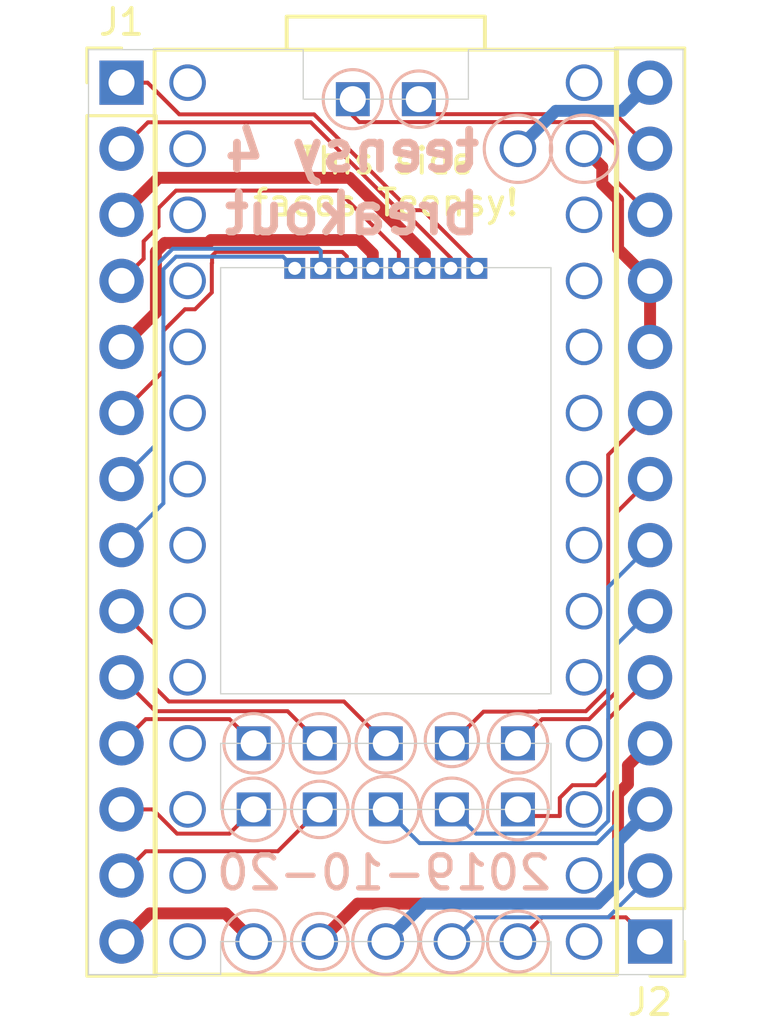
<source format=kicad_pcb>
(kicad_pcb (version 20171130) (host pcbnew "(5.1.4-0-10_14)")

  (general
    (thickness 1.6)
    (drawings 42)
    (tracks 148)
    (zones 0)
    (modules 3)
    (nets 28)
  )

  (page A4)
  (layers
    (0 F.Cu signal)
    (31 B.Cu signal)
    (32 B.Adhes user)
    (33 F.Adhes user)
    (34 B.Paste user)
    (35 F.Paste user)
    (36 B.SilkS user)
    (37 F.SilkS user)
    (38 B.Mask user)
    (39 F.Mask user)
    (40 Dwgs.User user)
    (41 Cmts.User user)
    (42 Eco1.User user)
    (43 Eco2.User user)
    (44 Edge.Cuts user)
    (45 Margin user)
    (46 B.CrtYd user)
    (47 F.CrtYd user)
    (48 B.Fab user)
    (49 F.Fab user)
  )

  (setup
    (last_trace_width 0.4572)
    (user_trace_width 0.1524)
    (user_trace_width 0.3048)
    (user_trace_width 0.4572)
    (trace_clearance 0.1524)
    (zone_clearance 0.508)
    (zone_45_only no)
    (trace_min 0.1524)
    (via_size 0.6858)
    (via_drill 0.3302)
    (via_min_size 0.508)
    (via_min_drill 0.254)
    (uvia_size 0.3)
    (uvia_drill 0.1)
    (uvias_allowed no)
    (uvia_min_size 0.2)
    (uvia_min_drill 0.1)
    (edge_width 0.05)
    (segment_width 0.2)
    (pcb_text_width 0.3)
    (pcb_text_size 1.5 1.5)
    (mod_edge_width 0.12)
    (mod_text_size 1 1)
    (mod_text_width 0.15)
    (pad_size 1.524 1.524)
    (pad_drill 0.762)
    (pad_to_mask_clearance 0.0508)
    (solder_mask_min_width 0.1016)
    (aux_axis_origin 0 0)
    (visible_elements FFFFFF7F)
    (pcbplotparams
      (layerselection 0x010f0_ffffffff)
      (usegerberextensions true)
      (usegerberattributes false)
      (usegerberadvancedattributes false)
      (creategerberjobfile false)
      (excludeedgelayer true)
      (linewidth 0.100000)
      (plotframeref false)
      (viasonmask false)
      (mode 1)
      (useauxorigin false)
      (hpglpennumber 1)
      (hpglpenspeed 20)
      (hpglpendiameter 15.000000)
      (psnegative false)
      (psa4output false)
      (plotreference true)
      (plotvalue true)
      (plotinvisibletext false)
      (padsonsilk false)
      (subtractmaskfromsilk false)
      (outputformat 1)
      (mirror false)
      (drillshape 0)
      (scaleselection 1)
      (outputdirectory "gerbers/"))
  )

  (net 0 "")
  (net 1 /VBAT)
  (net 2 /32)
  (net 3 /30)
  (net 4 /33)
  (net 5 /31)
  (net 6 /29)
  (net 7 /DAT1)
  (net 8 /DAT0)
  (net 9 /GND-SD)
  (net 10 /CLK)
  (net 11 /3V3-SD)
  (net 12 /CMD)
  (net 13 /DAT3)
  (net 14 /DAT2)
  (net 15 /VUSB)
  (net 16 /D-)
  (net 17 /D+)
  (net 18 /25)
  (net 19 /27)
  (net 20 /28)
  (net 21 /26)
  (net 22 /24)
  (net 23 /ON_OFF)
  (net 24 /PROGRAM)
  (net 25 /GND-1)
  (net 26 /3V3-1)
  (net 27 /GND)

  (net_class Default "This is the default net class."
    (clearance 0.1524)
    (trace_width 0.1524)
    (via_dia 0.6858)
    (via_drill 0.3302)
    (uvia_dia 0.3)
    (uvia_drill 0.1)
    (add_net /24)
    (add_net /25)
    (add_net /26)
    (add_net /27)
    (add_net /28)
    (add_net /29)
    (add_net /30)
    (add_net /31)
    (add_net /32)
    (add_net /33)
    (add_net /3V3-1)
    (add_net /3V3-SD)
    (add_net /CLK)
    (add_net /CMD)
    (add_net /D+)
    (add_net /D-)
    (add_net /DAT0)
    (add_net /DAT1)
    (add_net /DAT2)
    (add_net /DAT3)
    (add_net /GND)
    (add_net /GND-1)
    (add_net /GND-SD)
    (add_net /ON_OFF)
    (add_net /PROGRAM)
    (add_net /VBAT)
    (add_net /VUSB)
  )

  (net_class Power ""
    (clearance 0.1524)
    (trace_width 0.3048)
    (via_dia 0.6858)
    (via_drill 0.3302)
    (uvia_dia 0.3)
    (uvia_drill 0.1)
  )

  (module Teensy:Teensy40_SMT (layer F.Cu) (tedit 5D97537B) (tstamp 5DACA6E2)
    (at 160.02 97.79 270)
    (path /5D7811A6)
    (fp_text reference U1 (at 0 -10.16 270) (layer F.SilkS) hide
      (effects (font (size 1 1) (thickness 0.15)))
    )
    (fp_text value GND-1 (at 0 10.16 270) (layer F.Fab) hide
      (effects (font (size 1 1) (thickness 0.15)))
    )
    (fp_line (start 16.51 -8.6) (end 16.51 8.6) (layer Dwgs.User) (width 0.12))
    (fp_poly (pts (xy -9.5 3.25) (xy -7.5 3.25) (xy -7.5 3.75) (xy -9.5 3.75)) (layer Eco1.User) (width 0.1))
    (fp_poly (pts (xy -9.5 2.25) (xy -7.5 2.25) (xy -7.5 2.75) (xy -9.5 2.75)) (layer Eco1.User) (width 0.1))
    (fp_poly (pts (xy -9.5 1.25) (xy -7.5 1.25) (xy -7.5 1.75) (xy -9.5 1.75)) (layer Eco1.User) (width 0.1))
    (fp_poly (pts (xy -9.5 0.25) (xy -7.5 0.25) (xy -7.5 0.75) (xy -9.5 0.75)) (layer Eco1.User) (width 0.1))
    (fp_poly (pts (xy -9.5 -0.75) (xy -7.5 -0.75) (xy -7.5 -0.25) (xy -9.5 -0.25)) (layer Eco1.User) (width 0.1))
    (fp_poly (pts (xy -9.5 -1.75) (xy -7.5 -1.75) (xy -7.5 -1.25) (xy -9.5 -1.25)) (layer Eco1.User) (width 0.1))
    (fp_poly (pts (xy -9.5 -2.75) (xy -7.5 -2.75) (xy -7.5 -2.25) (xy -9.5 -2.25)) (layer Eco1.User) (width 0.1))
    (fp_poly (pts (xy -9.5 -3.75) (xy -7.5 -3.75) (xy -7.5 -3.25) (xy -9.5 -3.25)) (layer Eco1.User) (width 0.1))
    (fp_poly (pts (xy -17.272 -0.762) (xy -14.732 -0.762) (xy -14.732 -1.778) (xy -17.272 -1.778)) (layer Eco1.User) (width 0.1))
    (fp_poly (pts (xy -17.272 1.778) (xy -14.732 1.778) (xy -14.732 0.762) (xy -17.272 0.762)) (layer Eco1.User) (width 0.1))
    (fp_poly (pts (xy 6.858 5.588) (xy 9.398 5.588) (xy 9.398 4.572) (xy 6.858 4.572)) (layer Eco1.User) (width 0.1))
    (fp_poly (pts (xy 6.858 3.048) (xy 9.398 3.048) (xy 9.398 2.032) (xy 6.858 2.032)) (layer Eco1.User) (width 0.1))
    (fp_poly (pts (xy 6.858 0.508) (xy 9.398 0.508) (xy 9.398 -0.508) (xy 6.858 -0.508)) (layer Eco1.User) (width 0.1))
    (fp_poly (pts (xy 6.858 -2.032) (xy 9.398 -2.032) (xy 9.398 -3.048) (xy 6.858 -3.048)) (layer Eco1.User) (width 0.1))
    (fp_poly (pts (xy 6.858 -4.572) (xy 9.398 -4.572) (xy 9.398 -5.588) (xy 6.858 -5.588)) (layer Eco1.User) (width 0.1))
    (fp_poly (pts (xy 10.922 -4.572) (xy 13.462 -4.572) (xy 13.462 -5.588) (xy 10.922 -5.588)) (layer Eco1.User) (width 0.1))
    (fp_poly (pts (xy 10.922 -2.032) (xy 13.462 -2.032) (xy 13.462 -3.048) (xy 10.922 -3.048)) (layer Eco1.User) (width 0.1))
    (fp_poly (pts (xy 10.922 0.508) (xy 13.462 0.508) (xy 13.462 -0.508) (xy 10.922 -0.508)) (layer Eco1.User) (width 0.1))
    (fp_poly (pts (xy 10.922 3.048) (xy 13.462 3.048) (xy 13.462 2.032) (xy 10.922 2.032)) (layer Eco1.User) (width 0.1))
    (fp_poly (pts (xy 10.922 5.588) (xy 13.462 5.588) (xy 13.462 4.572) (xy 10.922 4.572)) (layer Eco1.User) (width 0.1))
    (fp_line (start 13.97 8.6) (end 13.97 -8.6) (layer Dwgs.User) (width 0.12))
    (fp_line (start 16.51 8.6) (end 13.97 8.6) (layer Dwgs.User) (width 0.12))
    (fp_line (start 13.97 -8.6) (end 16.51 -8.6) (layer Dwgs.User) (width 0.12))
    (fp_line (start 11.43 -8.6) (end 8.89 -8.6) (layer Dwgs.User) (width 0.12))
    (fp_line (start 11.43 8.6) (end 11.43 -8.6) (layer Dwgs.User) (width 0.12))
    (fp_line (start 8.89 8.6) (end 11.43 8.6) (layer Dwgs.User) (width 0.12))
    (fp_line (start 8.89 -8.6) (end 8.89 8.6) (layer Dwgs.User) (width 0.12))
    (fp_line (start 7 -7.64) (end 7 7.6) (layer Dwgs.User) (width 0.12))
    (fp_line (start -9.39 -7.62) (end 7 -7.6) (layer Dwgs.User) (width 0.12))
    (fp_line (start -9.39 7.62) (end 7 7.62) (layer Dwgs.User) (width 0.12))
    (fp_line (start -9.39 -7.62) (end -9.39 7.62) (layer Dwgs.User) (width 0.12))
    (fp_line (start -17.78 -7.62) (end -17.78 7.62) (layer Dwgs.User) (width 0.12))
    (fp_line (start -17.78 7.62) (end -15.875 7.62) (layer Dwgs.User) (width 0.12))
    (fp_line (start -17.78 -7.62) (end -15.875 -7.62) (layer Dwgs.User) (width 0.12))
    (fp_line (start -15.875 -7.62) (end -15.875 7.62) (layer Dwgs.User) (width 0.15))
    (fp_line (start -19.05 3.81) (end -17.78 3.81) (layer F.SilkS) (width 0.15))
    (fp_line (start -19.05 -3.81) (end -19.05 3.81) (layer F.SilkS) (width 0.15))
    (fp_line (start -17.78 -3.81) (end -19.05 -3.81) (layer F.SilkS) (width 0.15))
    (fp_line (start 17.78 -8.89) (end -17.78 -8.89) (layer F.SilkS) (width 0.15))
    (fp_line (start 17.78 8.89) (end 17.78 -8.89) (layer F.SilkS) (width 0.15))
    (fp_line (start -17.78 8.89) (end 17.78 8.89) (layer F.SilkS) (width 0.15))
    (fp_line (start -17.78 -8.89) (end -17.78 8.89) (layer F.SilkS) (width 0.15))
    (pad 13 thru_hole circle (at 13.97 7.62 270) (size 1.404 1.404) (drill 1.1) (layers *.Cu *.Mask))
    (pad 33 thru_hole circle (at -16.51 -7.62 270) (size 1.404 1.404) (drill 1.1) (layers *.Cu *.Mask))
    (pad 34 thru_hole circle (at -13.97 -5.08 270) (size 1.404 1.404) (drill 1.1) (layers *.Cu *.Mask)
      (net 15 /VUSB))
    (pad 32 thru_hole circle (at -13.97 -7.62 270) (size 1.404 1.404) (drill 1.1) (layers *.Cu *.Mask)
      (net 27 /GND))
    (pad 31 thru_hole circle (at -11.43 -7.62 270) (size 1.404 1.404) (drill 1.1) (layers *.Cu *.Mask))
    (pad 30 thru_hole circle (at -8.89 -7.62 270) (size 1.404 1.404) (drill 1.1) (layers *.Cu *.Mask))
    (pad 29 thru_hole circle (at -6.35 -7.62 270) (size 1.404 1.404) (drill 1.1) (layers *.Cu *.Mask))
    (pad 28 thru_hole circle (at -3.81 -7.62 270) (size 1.404 1.404) (drill 1.1) (layers *.Cu *.Mask))
    (pad 27 thru_hole circle (at -1.27 -7.62 270) (size 1.404 1.404) (drill 1.1) (layers *.Cu *.Mask))
    (pad 26 thru_hole circle (at 1.27 -7.62 270) (size 1.404 1.404) (drill 1.1) (layers *.Cu *.Mask))
    (pad 25 thru_hole circle (at 3.81 -7.62 270) (size 1.404 1.404) (drill 1.1) (layers *.Cu *.Mask))
    (pad 24 thru_hole circle (at 6.35 -7.62 270) (size 1.404 1.404) (drill 1.1) (layers *.Cu *.Mask))
    (pad 23 thru_hole circle (at 8.89 -7.62 270) (size 1.404 1.404) (drill 1.1) (layers *.Cu *.Mask))
    (pad 22 thru_hole circle (at 11.43 -7.62 270) (size 1.404 1.404) (drill 1.1) (layers *.Cu *.Mask))
    (pad 21 thru_hole circle (at 13.97 -7.62 270) (size 1.404 1.404) (drill 1.1) (layers *.Cu *.Mask))
    (pad 20 thru_hole circle (at 16.51 -7.62 270) (size 1.404 1.404) (drill 1.1) (layers *.Cu *.Mask))
    (pad 19 thru_hole circle (at 16.51 -5.08 270) (size 1.404 1.404) (drill 1.1) (layers *.Cu *.Mask)
      (net 23 /ON_OFF))
    (pad 18 thru_hole circle (at 16.51 -2.54 270) (size 1.404 1.404) (drill 1.1) (layers *.Cu *.Mask)
      (net 24 /PROGRAM))
    (pad 17 thru_hole circle (at 16.51 0 270) (size 1.404 1.404) (drill 1.1) (layers *.Cu *.Mask)
      (net 25 /GND-1))
    (pad 16 thru_hole circle (at 16.51 2.54 270) (size 1.404 1.404) (drill 1.1) (layers *.Cu *.Mask)
      (net 26 /3V3-1))
    (pad 15 thru_hole circle (at 16.51 5.08 270) (size 1.404 1.404) (drill 1.1) (layers *.Cu *.Mask)
      (net 1 /VBAT))
    (pad 14 thru_hole circle (at 16.51 7.62 270) (size 1.404 1.404) (drill 1.1) (layers *.Cu *.Mask))
    (pad 12 thru_hole circle (at 11.43 7.62 270) (size 1.404 1.404) (drill 1.1) (layers *.Cu *.Mask))
    (pad 11 thru_hole circle (at 8.89 7.62 270) (size 1.404 1.404) (drill 1.1) (layers *.Cu *.Mask))
    (pad 10 thru_hole circle (at 6.35 7.62 270) (size 1.404 1.404) (drill 1.1) (layers *.Cu *.Mask))
    (pad 9 thru_hole circle (at 3.81 7.62 270) (size 1.404 1.404) (drill 1.1) (layers *.Cu *.Mask))
    (pad 8 thru_hole circle (at 1.27 7.62 270) (size 1.404 1.404) (drill 1.1) (layers *.Cu *.Mask))
    (pad 7 thru_hole circle (at -1.27 7.62 270) (size 1.404 1.404) (drill 1.1) (layers *.Cu *.Mask))
    (pad 6 thru_hole circle (at -3.81 7.62 270) (size 1.404 1.404) (drill 1.1) (layers *.Cu *.Mask))
    (pad 5 thru_hole circle (at -6.35 7.62 270) (size 1.404 1.404) (drill 1.1) (layers *.Cu *.Mask))
    (pad 4 thru_hole circle (at -8.89 7.62 270) (size 1.404 1.404) (drill 1.1) (layers *.Cu *.Mask))
    (pad 3 thru_hole circle (at -11.43 7.62 270) (size 1.404 1.404) (drill 1.1) (layers *.Cu *.Mask))
    (pad 54 thru_hole rect (at -15.875 1.27 270) (size 1.304 1.304) (drill 1) (layers *.Cu *.Mask)
      (net 17 /D+))
    (pad 53 thru_hole rect (at -15.875 -1.27 270) (size 1.304 1.304) (drill 1) (layers *.Cu *.Mask)
      (net 16 /D-))
    (pad 52 thru_hole rect (at -9.3716 3.5 270) (size 0.804 0.804) (drill 0.5) (layers *.Cu *.Mask)
      (net 14 /DAT2))
    (pad 51 thru_hole rect (at -9.3716 2.5 270) (size 0.804 0.804) (drill 0.5) (layers *.Cu *.Mask)
      (net 13 /DAT3))
    (pad 50 thru_hole rect (at -9.3716 1.5 270) (size 0.804 0.804) (drill 0.5) (layers *.Cu *.Mask)
      (net 12 /CMD))
    (pad 49 thru_hole rect (at -9.3716 0.5 270) (size 0.804 0.804) (drill 0.5) (layers *.Cu *.Mask)
      (net 11 /3V3-SD))
    (pad 48 thru_hole rect (at -9.3716 -0.5 270) (size 0.804 0.804) (drill 0.5) (layers *.Cu *.Mask)
      (net 10 /CLK))
    (pad 47 thru_hole rect (at -9.3716 -1.5 270) (size 0.804 0.804) (drill 0.5) (layers *.Cu *.Mask)
      (net 9 /GND-SD))
    (pad 46 thru_hole rect (at -9.3716 -2.5 270) (size 0.804 0.804) (drill 0.5) (layers *.Cu *.Mask)
      (net 8 /DAT0))
    (pad 45 thru_hole rect (at -9.3716 -3.5 270) (size 0.804 0.804) (drill 0.5) (layers *.Cu *.Mask)
      (net 7 /DAT1))
    (pad 44 thru_hole rect (at 8.89 5.08 270) (size 1.304 1.304) (drill 1) (layers *.Cu *.Mask)
      (net 4 /33))
    (pad 43 thru_hole rect (at 11.43 5.08 270) (size 1.304 1.304) (drill 1) (layers *.Cu *.Mask)
      (net 2 /32))
    (pad 42 thru_hole rect (at 8.89 2.54 270) (size 1.304 1.304) (drill 1) (layers *.Cu *.Mask)
      (net 5 /31))
    (pad 41 thru_hole rect (at 11.43 2.54 270) (size 1.304 1.304) (drill 1) (layers *.Cu *.Mask)
      (net 3 /30))
    (pad 40 thru_hole rect (at 8.89 0 270) (size 1.304 1.304) (drill 1) (layers *.Cu *.Mask)
      (net 6 /29))
    (pad 39 thru_hole rect (at 11.43 0 270) (size 1.304 1.304) (drill 1) (layers *.Cu *.Mask)
      (net 20 /28))
    (pad 38 thru_hole rect (at 8.89 -2.54 270) (size 1.304 1.304) (drill 1) (layers *.Cu *.Mask)
      (net 19 /27))
    (pad 37 thru_hole rect (at 11.43 -2.54 270) (size 1.304 1.304) (drill 1) (layers *.Cu *.Mask)
      (net 21 /26))
    (pad 36 thru_hole rect (at 8.89 -5.08 270) (size 1.304 1.304) (drill 1) (layers *.Cu *.Mask)
      (net 18 /25))
    (pad 35 thru_hole rect (at 11.43 -5.08 270) (size 1.304 1.304) (drill 1) (layers *.Cu *.Mask)
      (net 22 /24))
    (pad 2 thru_hole circle (at -13.97 7.62 270) (size 1.404 1.404) (drill 1.1) (layers *.Cu *.Mask))
    (pad 1 thru_hole circle (at -16.51 7.62 270) (size 1.404 1.404) (drill 1.1) (layers *.Cu *.Mask))
  )

  (module Connector_PinHeader_2.54mm:PinHeader_1x14_P2.54mm_Vertical (layer F.Cu) (tedit 59FED5CC) (tstamp 5D783E6B)
    (at 170.18 114.3 180)
    (descr "Through hole straight pin header, 1x14, 2.54mm pitch, single row")
    (tags "Through hole pin header THT 1x14 2.54mm single row")
    (path /5D785C4E)
    (fp_text reference J2 (at 0 -2.33) (layer F.SilkS)
      (effects (font (size 1 1) (thickness 0.15)))
    )
    (fp_text value Conn_01x14 (at 0 35.35) (layer F.Fab)
      (effects (font (size 1 1) (thickness 0.15)))
    )
    (fp_text user %R (at 0 16.51 90) (layer F.Fab)
      (effects (font (size 1 1) (thickness 0.15)))
    )
    (fp_line (start 1.8 -1.8) (end -1.8 -1.8) (layer F.CrtYd) (width 0.05))
    (fp_line (start 1.8 34.8) (end 1.8 -1.8) (layer F.CrtYd) (width 0.05))
    (fp_line (start -1.8 34.8) (end 1.8 34.8) (layer F.CrtYd) (width 0.05))
    (fp_line (start -1.8 -1.8) (end -1.8 34.8) (layer F.CrtYd) (width 0.05))
    (fp_line (start -1.33 -1.33) (end 0 -1.33) (layer F.SilkS) (width 0.12))
    (fp_line (start -1.33 0) (end -1.33 -1.33) (layer F.SilkS) (width 0.12))
    (fp_line (start -1.33 1.27) (end 1.33 1.27) (layer F.SilkS) (width 0.12))
    (fp_line (start 1.33 1.27) (end 1.33 34.35) (layer F.SilkS) (width 0.12))
    (fp_line (start -1.33 1.27) (end -1.33 34.35) (layer F.SilkS) (width 0.12))
    (fp_line (start -1.33 34.35) (end 1.33 34.35) (layer F.SilkS) (width 0.12))
    (fp_line (start -1.27 -0.635) (end -0.635 -1.27) (layer F.Fab) (width 0.1))
    (fp_line (start -1.27 34.29) (end -1.27 -0.635) (layer F.Fab) (width 0.1))
    (fp_line (start 1.27 34.29) (end -1.27 34.29) (layer F.Fab) (width 0.1))
    (fp_line (start 1.27 -1.27) (end 1.27 34.29) (layer F.Fab) (width 0.1))
    (fp_line (start -0.635 -1.27) (end 1.27 -1.27) (layer F.Fab) (width 0.1))
    (pad 14 thru_hole oval (at 0 33.02 180) (size 1.7 1.7) (drill 1) (layers *.Cu *.Mask)
      (net 15 /VUSB))
    (pad 13 thru_hole oval (at 0 30.48 180) (size 1.7 1.7) (drill 1) (layers *.Cu *.Mask)
      (net 16 /D-))
    (pad 12 thru_hole oval (at 0 27.94 180) (size 1.7 1.7) (drill 1) (layers *.Cu *.Mask)
      (net 17 /D+))
    (pad 11 thru_hole oval (at 0 25.4 180) (size 1.7 1.7) (drill 1) (layers *.Cu *.Mask)
      (net 27 /GND))
    (pad 10 thru_hole oval (at 0 22.86 180) (size 1.7 1.7) (drill 1) (layers *.Cu *.Mask)
      (net 27 /GND))
    (pad 9 thru_hole oval (at 0 20.32 180) (size 1.7 1.7) (drill 1) (layers *.Cu *.Mask)
      (net 19 /27))
    (pad 8 thru_hole oval (at 0 17.78 180) (size 1.7 1.7) (drill 1) (layers *.Cu *.Mask)
      (net 18 /25))
    (pad 7 thru_hole oval (at 0 15.24 180) (size 1.7 1.7) (drill 1) (layers *.Cu *.Mask)
      (net 21 /26))
    (pad 6 thru_hole oval (at 0 12.7 180) (size 1.7 1.7) (drill 1) (layers *.Cu *.Mask)
      (net 20 /28))
    (pad 5 thru_hole oval (at 0 10.16 180) (size 1.7 1.7) (drill 1) (layers *.Cu *.Mask)
      (net 22 /24))
    (pad 4 thru_hole oval (at 0 7.62 180) (size 1.7 1.7) (drill 1) (layers *.Cu *.Mask)
      (net 26 /3V3-1))
    (pad 3 thru_hole oval (at 0 5.08 180) (size 1.7 1.7) (drill 1) (layers *.Cu *.Mask)
      (net 25 /GND-1))
    (pad 2 thru_hole oval (at 0 2.54 180) (size 1.7 1.7) (drill 1) (layers *.Cu *.Mask)
      (net 24 /PROGRAM))
    (pad 1 thru_hole rect (at 0 0 180) (size 1.7 1.7) (drill 1) (layers *.Cu *.Mask)
      (net 23 /ON_OFF))
    (model ${KISYS3DMOD}/Connector_PinHeader_2.54mm.3dshapes/PinHeader_1x14_P2.54mm_Vertical.wrl
      (at (xyz 0 0 0))
      (scale (xyz 1 1 1))
      (rotate (xyz 0 0 0))
    )
  )

  (module Connector_PinHeader_2.54mm:PinHeader_1x14_P2.54mm_Vertical (layer F.Cu) (tedit 59FED5CC) (tstamp 5D783F11)
    (at 149.86 81.28)
    (descr "Through hole straight pin header, 1x14, 2.54mm pitch, single row")
    (tags "Through hole pin header THT 1x14 2.54mm single row")
    (path /5D782E4C)
    (fp_text reference J1 (at 0 -2.33) (layer F.SilkS)
      (effects (font (size 1 1) (thickness 0.15)))
    )
    (fp_text value Conn_01x14 (at 0 35.35) (layer F.Fab)
      (effects (font (size 1 1) (thickness 0.15)))
    )
    (fp_text user %R (at 0 16.51 90) (layer F.Fab)
      (effects (font (size 1 1) (thickness 0.15)))
    )
    (fp_line (start 1.8 -1.8) (end -1.8 -1.8) (layer F.CrtYd) (width 0.05))
    (fp_line (start 1.8 34.8) (end 1.8 -1.8) (layer F.CrtYd) (width 0.05))
    (fp_line (start -1.8 34.8) (end 1.8 34.8) (layer F.CrtYd) (width 0.05))
    (fp_line (start -1.8 -1.8) (end -1.8 34.8) (layer F.CrtYd) (width 0.05))
    (fp_line (start -1.33 -1.33) (end 0 -1.33) (layer F.SilkS) (width 0.12))
    (fp_line (start -1.33 0) (end -1.33 -1.33) (layer F.SilkS) (width 0.12))
    (fp_line (start -1.33 1.27) (end 1.33 1.27) (layer F.SilkS) (width 0.12))
    (fp_line (start 1.33 1.27) (end 1.33 34.35) (layer F.SilkS) (width 0.12))
    (fp_line (start -1.33 1.27) (end -1.33 34.35) (layer F.SilkS) (width 0.12))
    (fp_line (start -1.33 34.35) (end 1.33 34.35) (layer F.SilkS) (width 0.12))
    (fp_line (start -1.27 -0.635) (end -0.635 -1.27) (layer F.Fab) (width 0.1))
    (fp_line (start -1.27 34.29) (end -1.27 -0.635) (layer F.Fab) (width 0.1))
    (fp_line (start 1.27 34.29) (end -1.27 34.29) (layer F.Fab) (width 0.1))
    (fp_line (start 1.27 -1.27) (end 1.27 34.29) (layer F.Fab) (width 0.1))
    (fp_line (start -0.635 -1.27) (end 1.27 -1.27) (layer F.Fab) (width 0.1))
    (pad 14 thru_hole oval (at 0 33.02) (size 1.7 1.7) (drill 1) (layers *.Cu *.Mask)
      (net 1 /VBAT))
    (pad 13 thru_hole oval (at 0 30.48) (size 1.7 1.7) (drill 1) (layers *.Cu *.Mask)
      (net 3 /30))
    (pad 12 thru_hole oval (at 0 27.94) (size 1.7 1.7) (drill 1) (layers *.Cu *.Mask)
      (net 2 /32))
    (pad 11 thru_hole oval (at 0 25.4) (size 1.7 1.7) (drill 1) (layers *.Cu *.Mask)
      (net 4 /33))
    (pad 10 thru_hole oval (at 0 22.86) (size 1.7 1.7) (drill 1) (layers *.Cu *.Mask)
      (net 5 /31))
    (pad 9 thru_hole oval (at 0 20.32) (size 1.7 1.7) (drill 1) (layers *.Cu *.Mask)
      (net 6 /29))
    (pad 8 thru_hole oval (at 0 17.78) (size 1.7 1.7) (drill 1) (layers *.Cu *.Mask)
      (net 14 /DAT2))
    (pad 7 thru_hole oval (at 0 15.24) (size 1.7 1.7) (drill 1) (layers *.Cu *.Mask)
      (net 13 /DAT3))
    (pad 6 thru_hole oval (at 0 12.7) (size 1.7 1.7) (drill 1) (layers *.Cu *.Mask)
      (net 12 /CMD))
    (pad 5 thru_hole oval (at 0 10.16) (size 1.7 1.7) (drill 1) (layers *.Cu *.Mask)
      (net 11 /3V3-SD))
    (pad 4 thru_hole oval (at 0 7.62) (size 1.7 1.7) (drill 1) (layers *.Cu *.Mask)
      (net 10 /CLK))
    (pad 3 thru_hole oval (at 0 5.08) (size 1.7 1.7) (drill 1) (layers *.Cu *.Mask)
      (net 9 /GND-SD))
    (pad 2 thru_hole oval (at 0 2.54) (size 1.7 1.7) (drill 1) (layers *.Cu *.Mask)
      (net 8 /DAT0))
    (pad 1 thru_hole rect (at 0 0) (size 1.7 1.7) (drill 1) (layers *.Cu *.Mask)
      (net 7 /DAT1))
    (model ${KISYS3DMOD}/Connector_PinHeader_2.54mm.3dshapes/PinHeader_1x14_P2.54mm_Vertical.wrl
      (at (xyz 0 0 0))
      (scale (xyz 1 1 1))
      (rotate (xyz 0 0 0))
    )
  )

  (gr_circle (center 165.1 114.3) (end 165.354 115.443) (layer B.SilkS) (width 0.12) (tstamp 5DACAC9D))
  (gr_circle (center 162.56 114.3) (end 162.941 115.443) (layer B.SilkS) (width 0.12) (tstamp 5DACAC9C))
  (gr_circle (center 160.02 114.3) (end 160.02 115.57) (layer B.SilkS) (width 0.12) (tstamp 5DACAC9B))
  (gr_circle (center 157.48 114.3) (end 157.861 115.316) (layer B.SilkS) (width 0.12) (tstamp 5DACAC9A))
  (gr_circle (center 154.94 114.3) (end 155.321 115.443) (layer B.SilkS) (width 0.12) (tstamp 5DACAC99))
  (gr_text "This side\nfaces Teensy!" (at 160.02 85.09) (layer F.SilkS)
    (effects (font (size 1 1) (thickness 0.15)))
  )
  (gr_circle (center 167.64 83.82) (end 167.894 85.09) (layer B.SilkS) (width 0.12) (tstamp 5D968D9E))
  (gr_circle (center 154.94 109.22) (end 155.321 110.363) (layer B.SilkS) (width 0.12))
  (gr_circle (center 157.48 109.22) (end 157.861 110.236) (layer B.SilkS) (width 0.12))
  (gr_circle (center 160.02 109.22) (end 160.02 110.49) (layer B.SilkS) (width 0.12))
  (gr_circle (center 162.56 109.22) (end 162.941 110.363) (layer B.SilkS) (width 0.12))
  (gr_circle (center 165.1 109.22) (end 165.354 110.363) (layer B.SilkS) (width 0.12))
  (gr_circle (center 165.1 106.68) (end 165.1 105.537) (layer B.SilkS) (width 0.12))
  (gr_circle (center 162.56 106.553) (end 162.433 105.537) (layer B.SilkS) (width 0.12))
  (gr_circle (center 160.02 106.68) (end 160.02 105.537) (layer B.SilkS) (width 0.12))
  (gr_circle (center 157.48 106.68) (end 157.48 105.537) (layer B.SilkS) (width 0.12))
  (gr_circle (center 154.94 106.68) (end 154.94 105.537) (layer B.SilkS) (width 0.12))
  (gr_circle (center 158.75 81.915) (end 159.258 82.931) (layer B.SilkS) (width 0.12))
  (gr_circle (center 161.29 81.915) (end 161.671 82.931) (layer B.SilkS) (width 0.12))
  (gr_circle (center 165.1 83.82) (end 165.354 85.09) (layer B.SilkS) (width 0.12))
  (gr_text 2019-10-20 (at 159.9438 111.6584) (layer B.SilkS)
    (effects (font (size 1.27 1.27) (thickness 0.2032)) (justify mirror))
  )
  (gr_text "teensy 4\nbreakout\n" (at 158.7246 85.1154) (layer B.SilkS)
    (effects (font (size 1.5 1.5) (thickness 0.3)) (justify mirror))
  )
  (gr_line (start 153.67 115.57) (end 148.59 115.57) (layer Edge.Cuts) (width 0.05) (tstamp 5D783CE7))
  (gr_line (start 153.67 114.3) (end 153.67 115.57) (layer Edge.Cuts) (width 0.05))
  (gr_line (start 166.37 114.3) (end 153.67 114.3) (layer Edge.Cuts) (width 0.05))
  (gr_line (start 166.37 115.57) (end 166.37 114.3) (layer Edge.Cuts) (width 0.05))
  (gr_line (start 171.45 115.57) (end 166.37 115.57) (layer Edge.Cuts) (width 0.05))
  (gr_line (start 166.37 109.22) (end 166.37 106.68) (layer Edge.Cuts) (width 0.05) (tstamp 5D783CE3))
  (gr_line (start 153.67 109.22) (end 166.37 109.22) (layer Edge.Cuts) (width 0.05))
  (gr_line (start 153.67 106.68) (end 153.67 109.22) (layer Edge.Cuts) (width 0.05))
  (gr_line (start 153.67 104.775) (end 153.67 88.392) (layer Edge.Cuts) (width 0.05) (tstamp 5D783CE2))
  (gr_line (start 166.37 104.775) (end 153.67 104.775) (layer Edge.Cuts) (width 0.05))
  (gr_line (start 166.37 88.392) (end 166.37 104.775) (layer Edge.Cuts) (width 0.05))
  (gr_line (start 153.67 88.392) (end 166.37 88.392) (layer Edge.Cuts) (width 0.05) (tstamp 5DACA617))
  (gr_line (start 166.37 106.68) (end 153.67 106.68) (layer Edge.Cuts) (width 0.05))
  (gr_line (start 156.845 80.01) (end 148.59 80.01) (layer Edge.Cuts) (width 0.05) (tstamp 5D7838C8))
  (gr_line (start 156.845 81.915) (end 156.845 80.01) (layer Edge.Cuts) (width 0.05))
  (gr_line (start 163.195 81.915) (end 156.845 81.915) (layer Edge.Cuts) (width 0.05))
  (gr_line (start 163.195 80.01) (end 163.195 81.915) (layer Edge.Cuts) (width 0.05))
  (gr_line (start 171.45 80.01) (end 163.195 80.01) (layer Edge.Cuts) (width 0.05))
  (gr_line (start 148.59 115.57) (end 148.59 80.01) (layer Edge.Cuts) (width 0.05) (tstamp 5D783282))
  (gr_line (start 171.45 80.01) (end 171.45 115.57) (layer Edge.Cuts) (width 0.05))

  (segment (start 154.009399 113.369399) (end 154.68639 114.04639) (width 0.1524) (layer F.Cu) (net 1) (status 20))
  (segment (start 150.790601 113.369399) (end 154.009399 113.369399) (width 0.1524) (layer F.Cu) (net 1))
  (segment (start 149.86 114.3) (end 150.790601 113.369399) (width 0.1524) (layer F.Cu) (net 1) (status 10))
  (segment (start 153.856999 113.216999) (end 154.53399 113.89399) (width 0.4572) (layer F.Cu) (net 1) (status 20))
  (segment (start 150.943001 113.216999) (end 153.856999 113.216999) (width 0.4572) (layer F.Cu) (net 1))
  (segment (start 149.86 114.3) (end 150.943001 113.216999) (width 0.4572) (layer F.Cu) (net 1) (status 10))
  (segment (start 154.009399 110.150601) (end 154.68639 109.47361) (width 0.1524) (layer F.Cu) (net 2) (status 20))
  (segment (start 151.992682 110.150601) (end 154.009399 110.150601) (width 0.1524) (layer F.Cu) (net 2))
  (segment (start 151.062081 109.22) (end 151.992682 110.150601) (width 0.1524) (layer F.Cu) (net 2))
  (segment (start 149.86 109.22) (end 151.062081 109.22) (width 0.1524) (layer F.Cu) (net 2) (status 10))
  (segment (start 150.790601 110.829399) (end 155.870601 110.829399) (width 0.1524) (layer F.Cu) (net 3))
  (segment (start 155.870601 110.829399) (end 157.22639 109.47361) (width 0.1524) (layer F.Cu) (net 3) (status 20))
  (segment (start 149.86 111.76) (end 150.790601 110.829399) (width 0.1524) (layer F.Cu) (net 3) (status 10))
  (segment (start 154.009399 105.749399) (end 154.68639 106.42639) (width 0.1524) (layer F.Cu) (net 4) (status 20))
  (segment (start 150.790601 105.749399) (end 154.009399 105.749399) (width 0.1524) (layer F.Cu) (net 4))
  (segment (start 149.86 106.68) (end 150.790601 105.749399) (width 0.1524) (layer F.Cu) (net 4) (status 10))
  (segment (start 151.164588 105.444588) (end 156.244588 105.444588) (width 0.1524) (layer F.Cu) (net 5))
  (segment (start 149.86 104.14) (end 151.164588 105.444588) (width 0.1524) (layer F.Cu) (net 5) (status 10))
  (segment (start 156.244588 105.444588) (end 157.22639 106.42639) (width 0.1524) (layer F.Cu) (net 5) (status 20))
  (segment (start 158.410601 105.070601) (end 159.76639 106.42639) (width 0.1524) (layer F.Cu) (net 6) (status 20))
  (segment (start 151.1554 104.5464) (end 151.679601 105.070601) (width 0.1524) (layer F.Cu) (net 6))
  (segment (start 151.679601 105.070601) (end 158.410601 105.070601) (width 0.1524) (layer F.Cu) (net 6))
  (segment (start 151.1554 102.8954) (end 151.1554 104.5464) (width 0.1524) (layer F.Cu) (net 6))
  (segment (start 149.86 101.6) (end 151.1554 102.8954) (width 0.1524) (layer F.Cu) (net 6) (status 10))
  (segment (start 149.86 81.28) (end 150.8624 81.28) (width 0.1524) (layer F.Cu) (net 7))
  (segment (start 150.8624 81.28) (end 152.081589 82.499189) (width 0.1524) (layer F.Cu) (net 7))
  (segment (start 160.945258 86.1822) (end 161.4424 86.1822) (width 0.1524) (layer F.Cu) (net 7))
  (segment (start 157.262252 82.499189) (end 160.945258 86.1822) (width 0.1524) (layer F.Cu) (net 7))
  (segment (start 161.4424 86.1822) (end 163.39859 88.13839) (width 0.1524) (layer F.Cu) (net 7))
  (segment (start 152.081589 82.499189) (end 157.262252 82.499189) (width 0.1524) (layer F.Cu) (net 7))
  (segment (start 163.39859 88.13839) (end 163.52 88.13839) (width 0.1524) (layer F.Cu) (net 7))
  (segment (start 149.86 83.82) (end 150.876 82.804) (width 0.1524) (layer F.Cu) (net 8))
  (segment (start 150.876 82.804) (end 157.135995 82.804) (width 0.1524) (layer F.Cu) (net 8))
  (segment (start 160.819003 86.487011) (end 160.985211 86.487011) (width 0.1524) (layer F.Cu) (net 8))
  (segment (start 162.52 88.0218) (end 162.52 88.13839) (width 0.1524) (layer F.Cu) (net 8))
  (segment (start 157.135995 82.804) (end 160.819003 86.487011) (width 0.1524) (layer F.Cu) (net 8))
  (segment (start 160.985211 86.487011) (end 162.52 88.0218) (width 0.1524) (layer F.Cu) (net 8))
  (segment (start 149.86 86.36) (end 149.9108 86.36) (width 0.3048) (layer F.Cu) (net 9) (status 30))
  (segment (start 158.623 84.9376) (end 161.52 87.8346) (width 0.4572) (layer F.Cu) (net 9))
  (segment (start 151.2824 84.9376) (end 158.623 84.9376) (width 0.4572) (layer F.Cu) (net 9))
  (segment (start 149.86 86.36) (end 151.2824 84.9376) (width 0.4572) (layer F.Cu) (net 9))
  (segment (start 161.52 87.8346) (end 161.52 88.4184) (width 0.4572) (layer F.Cu) (net 9))
  (segment (start 151.2824 86.805609) (end 151.2824 86.10031) (width 0.1524) (layer F.Cu) (net 10))
  (segment (start 151.953311 85.429399) (end 158.174999 85.429399) (width 0.1524) (layer F.Cu) (net 10))
  (segment (start 149.86 88.9) (end 150.709999 88.050001) (width 0.1524) (layer F.Cu) (net 10))
  (segment (start 150.709999 88.050001) (end 150.709999 87.37801) (width 0.1524) (layer F.Cu) (net 10))
  (segment (start 151.2824 86.10031) (end 151.953311 85.429399) (width 0.1524) (layer F.Cu) (net 10))
  (segment (start 160.52 87.7744) (end 160.52 88.13839) (width 0.1524) (layer F.Cu) (net 10))
  (segment (start 158.174999 85.429399) (end 160.52 87.7744) (width 0.1524) (layer F.Cu) (net 10))
  (segment (start 150.709999 87.37801) (end 151.2824 86.805609) (width 0.1524) (layer F.Cu) (net 10))
  (segment (start 153.297418 87.330589) (end 158.998611 87.330589) (width 0.4572) (layer F.Cu) (net 11))
  (segment (start 158.998611 87.330589) (end 159.52 87.851978) (width 0.4572) (layer F.Cu) (net 11))
  (segment (start 151.520199 87.443001) (end 153.185006 87.443001) (width 0.4572) (layer F.Cu) (net 11))
  (segment (start 151.1808 87.7824) (end 151.520199 87.443001) (width 0.4572) (layer F.Cu) (net 11))
  (segment (start 153.185006 87.443001) (end 153.297418 87.330589) (width 0.4572) (layer F.Cu) (net 11))
  (segment (start 151.1808 90.1192) (end 151.1808 87.7824) (width 0.4572) (layer F.Cu) (net 11))
  (segment (start 149.86 91.44) (end 151.1808 90.1192) (width 0.4572) (layer F.Cu) (net 11))
  (segment (start 159.52 87.851978) (end 159.52 88.4184) (width 0.4572) (layer F.Cu) (net 11))
  (segment (start 158.349 87.7878) (end 158.52 87.9588) (width 0.1524) (layer F.Cu) (net 12))
  (segment (start 153.3398 88.2142) (end 153.3398 87.9348) (width 0.1524) (layer F.Cu) (net 12))
  (segment (start 152.2984 89.9922) (end 152.68509 89.9922) (width 0.1524) (layer F.Cu) (net 12))
  (segment (start 151.469399 90.821201) (end 152.2984 89.9922) (width 0.1524) (layer F.Cu) (net 12))
  (segment (start 153.3398 87.9348) (end 153.4868 87.7878) (width 0.1524) (layer F.Cu) (net 12))
  (segment (start 152.68509 89.9922) (end 153.330601 89.346689) (width 0.1524) (layer F.Cu) (net 12))
  (segment (start 151.469399 92.370601) (end 151.469399 90.821201) (width 0.1524) (layer F.Cu) (net 12))
  (segment (start 149.86 93.98) (end 151.469399 92.370601) (width 0.1524) (layer F.Cu) (net 12))
  (segment (start 153.4868 87.7878) (end 158.349 87.7878) (width 0.1524) (layer F.Cu) (net 12))
  (segment (start 153.330601 89.346689) (end 153.330601 88.223399) (width 0.1524) (layer F.Cu) (net 12))
  (segment (start 158.52 87.9588) (end 158.52 88.13839) (width 0.1524) (layer F.Cu) (net 12))
  (segment (start 153.330601 88.223399) (end 153.3398 88.2142) (width 0.1524) (layer F.Cu) (net 12))
  (segment (start 157.52 87.7462) (end 157.52 88.13839) (width 0.1524) (layer B.Cu) (net 13) (status 20))
  (segment (start 151.164588 88.327055) (end 151.827055 87.664588) (width 0.1524) (layer B.Cu) (net 13))
  (segment (start 151.827055 87.664588) (end 157.438388 87.664588) (width 0.1524) (layer B.Cu) (net 13))
  (segment (start 151.164588 95.215412) (end 151.164588 88.327055) (width 0.1524) (layer B.Cu) (net 13))
  (segment (start 157.438388 87.664588) (end 157.52 87.7462) (width 0.1524) (layer B.Cu) (net 13))
  (segment (start 149.86 96.52) (end 151.164588 95.215412) (width 0.1524) (layer B.Cu) (net 13) (status 10))
  (segment (start 151.469399 97.450601) (end 151.469399 88.453311) (width 0.1524) (layer B.Cu) (net 14))
  (segment (start 149.86 99.06) (end 151.469399 97.450601) (width 0.1524) (layer B.Cu) (net 14) (status 10))
  (segment (start 151.469399 88.453311) (end 151.953311 87.969399) (width 0.1524) (layer B.Cu) (net 14))
  (segment (start 156.070999 87.969399) (end 156.23999 88.13839) (width 0.1524) (layer B.Cu) (net 14) (status 20))
  (segment (start 151.953311 87.969399) (end 156.070999 87.969399) (width 0.1524) (layer B.Cu) (net 14))
  (segment (start 166.556999 82.363001) (end 165.1 83.82) (width 0.4572) (layer B.Cu) (net 15) (status 20))
  (segment (start 169.096999 82.363001) (end 166.556999 82.363001) (width 0.4572) (layer B.Cu) (net 15))
  (segment (start 170.18 81.28) (end 169.096999 82.363001) (width 0.4572) (layer B.Cu) (net 15) (status 10))
  (segment (start 170.18 83.82) (end 168.85079 82.49079) (width 0.1524) (layer F.Cu) (net 16) (status 10))
  (segment (start 168.85079 82.49079) (end 161.86579 82.49079) (width 0.1524) (layer F.Cu) (net 16) (status 20))
  (segment (start 161.86579 82.49079) (end 161.54361 82.16861) (width 0.1524) (layer F.Cu) (net 16) (status 30))
  (segment (start 158.75 82.55) (end 158.75 82.16861) (width 0.1524) (layer F.Cu) (net 17))
  (segment (start 168.91 83.71271) (end 167.992891 82.795601) (width 0.1524) (layer F.Cu) (net 17))
  (segment (start 167.992891 82.795601) (end 158.995601 82.795601) (width 0.1524) (layer F.Cu) (net 17))
  (segment (start 170.18 86.36) (end 168.91 85.09) (width 0.1524) (layer F.Cu) (net 17))
  (segment (start 168.91 85.09) (end 168.91 83.71271) (width 0.1524) (layer F.Cu) (net 17))
  (segment (start 158.995601 82.795601) (end 158.75 82.55) (width 0.1524) (layer F.Cu) (net 17))
  (segment (start 170.18 96.52) (end 168.875412 97.824588) (width 0.1524) (layer F.Cu) (net 18) (status 10))
  (segment (start 168.875412 104.712945) (end 167.838958 105.749399) (width 0.1524) (layer F.Cu) (net 18))
  (segment (start 167.838958 105.749399) (end 166.030601 105.749399) (width 0.1524) (layer F.Cu) (net 18))
  (segment (start 168.875412 97.824588) (end 168.875412 104.712945) (width 0.1524) (layer F.Cu) (net 18))
  (segment (start 166.030601 105.749399) (end 165.35361 106.42639) (width 0.1524) (layer F.Cu) (net 18) (status 20))
  (segment (start 167.712701 105.444589) (end 165.904345 105.444589) (width 0.1524) (layer F.Cu) (net 19))
  (segment (start 168.570601 104.586689) (end 167.712701 105.444589) (width 0.1524) (layer F.Cu) (net 19))
  (segment (start 170.18 93.98) (end 168.570601 95.589399) (width 0.1524) (layer F.Cu) (net 19) (status 10))
  (segment (start 168.570601 95.589399) (end 168.570601 104.586689) (width 0.1524) (layer F.Cu) (net 19))
  (segment (start 165.904345 105.444589) (end 165.888134 105.4608) (width 0.1524) (layer F.Cu) (net 19))
  (segment (start 163.7792 105.4608) (end 162.81361 106.42639) (width 0.1524) (layer F.Cu) (net 19) (status 20))
  (segment (start 165.888134 105.4608) (end 163.7792 105.4608) (width 0.1524) (layer F.Cu) (net 19))
  (segment (start 168.152957 110.5154) (end 161.3154 110.5154) (width 0.1524) (layer B.Cu) (net 20))
  (segment (start 168.875412 109.792945) (end 168.152957 110.5154) (width 0.1524) (layer B.Cu) (net 20))
  (segment (start 161.3154 110.5154) (end 160.27361 109.47361) (width 0.1524) (layer B.Cu) (net 20) (status 20))
  (segment (start 168.875412 102.904588) (end 168.875412 109.792945) (width 0.1524) (layer B.Cu) (net 20))
  (segment (start 170.18 101.6) (end 168.875412 102.904588) (width 0.1524) (layer B.Cu) (net 20) (status 10))
  (segment (start 163.490601 110.150601) (end 162.81361 109.47361) (width 0.1524) (layer B.Cu) (net 21) (status 20))
  (segment (start 170.18 99.06) (end 168.570601 100.669399) (width 0.1524) (layer B.Cu) (net 21) (status 10))
  (segment (start 168.086689 110.150601) (end 163.490601 110.150601) (width 0.1524) (layer B.Cu) (net 21))
  (segment (start 168.570601 109.666689) (end 168.086689 110.150601) (width 0.1524) (layer B.Cu) (net 21))
  (segment (start 168.570601 100.669399) (end 168.570601 109.666689) (width 0.1524) (layer B.Cu) (net 21))
  (segment (start 166.709399 109.471803) (end 166.707592 109.47361) (width 0.1524) (layer F.Cu) (net 22))
  (segment (start 168.570601 105.749399) (end 168.570601 107.805487) (width 0.1524) (layer F.Cu) (net 22))
  (segment (start 170.18 104.14) (end 168.570601 105.749399) (width 0.1524) (layer F.Cu) (net 22) (status 10))
  (segment (start 167.193311 108.289399) (end 166.709399 108.773311) (width 0.1524) (layer F.Cu) (net 22))
  (segment (start 168.570601 107.805487) (end 168.086689 108.289399) (width 0.1524) (layer F.Cu) (net 22))
  (segment (start 166.707592 109.47361) (end 165.35361 109.47361) (width 0.1524) (layer F.Cu) (net 22) (status 20))
  (segment (start 168.086689 108.289399) (end 167.193311 108.289399) (width 0.1524) (layer F.Cu) (net 22))
  (segment (start 166.709399 108.773311) (end 166.709399 109.471803) (width 0.1524) (layer F.Cu) (net 22))
  (segment (start 166.030601 113.369399) (end 165.35361 114.04639) (width 0.1524) (layer F.Cu) (net 23) (status 20))
  (segment (start 169.249399 113.369399) (end 166.030601 113.369399) (width 0.1524) (layer F.Cu) (net 23))
  (segment (start 170.18 114.3) (end 169.249399 113.369399) (width 0.1524) (layer F.Cu) (net 23) (status 10))
  (segment (start 163.490601 113.369399) (end 162.81361 114.04639) (width 0.1524) (layer B.Cu) (net 24) (status 20))
  (segment (start 168.570601 113.369399) (end 163.490601 113.369399) (width 0.1524) (layer B.Cu) (net 24))
  (segment (start 170.18 111.76) (end 168.570601 113.369399) (width 0.1524) (layer B.Cu) (net 24) (status 10))
  (segment (start 168.159841 112.843001) (end 161.476999 112.843001) (width 0.4572) (layer B.Cu) (net 25))
  (segment (start 168.948999 112.053843) (end 168.159841 112.843001) (width 0.4572) (layer B.Cu) (net 25))
  (segment (start 168.948999 110.451001) (end 168.948999 112.053843) (width 0.4572) (layer B.Cu) (net 25))
  (segment (start 161.476999 112.843001) (end 160.42601 113.89399) (width 0.4572) (layer B.Cu) (net 25) (status 20))
  (segment (start 170.18 109.22) (end 168.948999 110.451001) (width 0.4572) (layer B.Cu) (net 25) (status 10))
  (segment (start 168.159841 112.843001) (end 158.936999 112.843001) (width 0.4572) (layer F.Cu) (net 26))
  (segment (start 168.948999 112.053843) (end 168.159841 112.843001) (width 0.4572) (layer F.Cu) (net 26))
  (segment (start 168.948999 108.629119) (end 168.948999 112.053843) (width 0.4572) (layer F.Cu) (net 26))
  (segment (start 170.18 106.68) (end 169.330001 107.529999) (width 0.4572) (layer F.Cu) (net 26) (status 10))
  (segment (start 169.330001 108.248117) (end 168.948999 108.629119) (width 0.4572) (layer F.Cu) (net 26))
  (segment (start 169.330001 107.529999) (end 169.330001 108.248117) (width 0.4572) (layer F.Cu) (net 26))
  (segment (start 158.936999 112.843001) (end 157.88601 113.89399) (width 0.4572) (layer F.Cu) (net 26) (status 20))
  (segment (start 170.18 88.9) (end 170.18 91.44) (width 0.4572) (layer F.Cu) (net 27) (status 30))
  (segment (start 168.948999 87.668999) (end 169.330001 88.050001) (width 0.4572) (layer F.Cu) (net 27))
  (segment (start 168.948999 85.775591) (end 168.948999 87.668999) (width 0.4572) (layer F.Cu) (net 27))
  (segment (start 167.64 83.82) (end 168.341999 84.521999) (width 0.4572) (layer F.Cu) (net 27))
  (segment (start 168.341999 84.521999) (end 168.341999 85.168592) (width 0.4572) (layer F.Cu) (net 27))
  (segment (start 168.341999 85.168592) (end 168.948999 85.775591) (width 0.4572) (layer F.Cu) (net 27))
  (segment (start 169.330001 88.050001) (end 170.18 88.9) (width 0.4572) (layer F.Cu) (net 27))

  (zone (net 0) (net_name "") (layers F&B.Cu) (tstamp 0) (hatch edge 0.508)
    (connect_pads (clearance 0.508))
    (min_thickness 0.254)
    (keepout (tracks not_allowed) (vias not_allowed) (copperpour not_allowed))
    (fill (arc_segments 32) (thermal_gap 0.508) (thermal_bridge_width 0.508))
    (polygon
      (pts
        (xy 153.67 106.68) (xy 153.67 109.22) (xy 166.37 109.22) (xy 166.37 106.68)
      )
    )
  )
)

</source>
